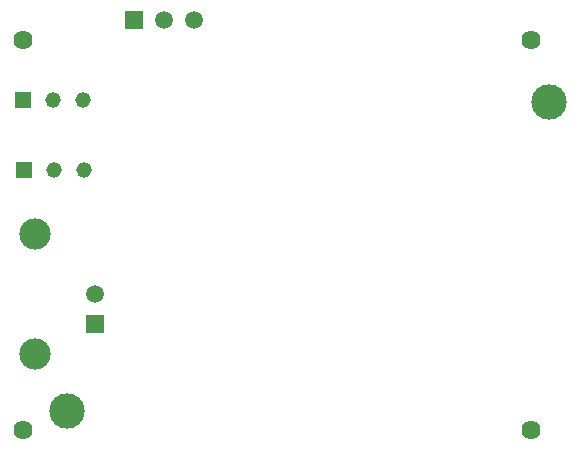
<source format=gbs>
G04*
G04 #@! TF.GenerationSoftware,Altium Limited,Altium Designer,24.10.1 (45)*
G04*
G04 Layer_Color=16711935*
%FSLAX44Y44*%
%MOMM*%
G71*
G04*
G04 #@! TF.SameCoordinates,6B000D5F-9EDF-4335-955B-AE7D421AE8B7*
G04*
G04*
G04 #@! TF.FilePolarity,Negative*
G04*
G01*
G75*
%ADD45C,3.0000*%
%ADD47C,2.6500*%
%ADD48R,1.5000X1.5000*%
%ADD49C,1.5000*%
%ADD50R,1.3180X1.3180*%
%ADD51C,1.3180*%
%ADD52R,1.5000X1.5000*%
%ADD53C,1.6240*%
D45*
X479750Y312500D02*
D03*
X71500Y50500D02*
D03*
D47*
X45000Y99200D02*
D03*
Y200800D02*
D03*
D48*
X95800Y124600D02*
D03*
D49*
Y150000D02*
D03*
X179730Y382270D02*
D03*
X154355D02*
D03*
D50*
X34850Y313750D02*
D03*
X35100Y255250D02*
D03*
D51*
X60250Y313750D02*
D03*
X85650D02*
D03*
X60500Y255250D02*
D03*
X85900D02*
D03*
D52*
X128980Y382270D02*
D03*
D53*
X35000Y35000D02*
D03*
X465000Y365000D02*
D03*
X35000D02*
D03*
X465000Y35000D02*
D03*
M02*

</source>
